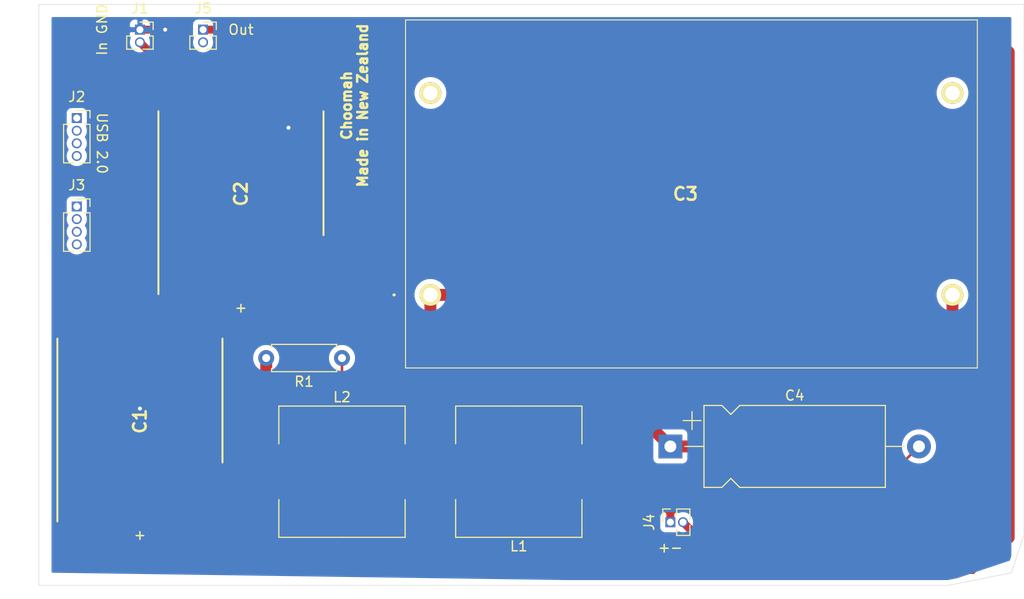
<source format=kicad_pcb>
(kicad_pcb (version 20171130) (host pcbnew "(5.1.10)-1")

  (general
    (thickness 1.6)
    (drawings 13)
    (tracks 95)
    (zones 0)
    (modules 12)
    (nets 16)
  )

  (page A4)
  (layers
    (0 F.Cu signal)
    (31 B.Cu signal)
    (32 B.Adhes user)
    (33 F.Adhes user)
    (34 B.Paste user)
    (35 F.Paste user)
    (36 B.SilkS user)
    (37 F.SilkS user)
    (38 B.Mask user)
    (39 F.Mask user)
    (40 Dwgs.User user)
    (41 Cmts.User user)
    (42 Eco1.User user)
    (43 Eco2.User user)
    (44 Edge.Cuts user)
    (45 Margin user)
    (46 B.CrtYd user)
    (47 F.CrtYd user)
    (48 B.Fab user)
    (49 F.Fab user)
  )

  (setup
    (last_trace_width 0.25)
    (user_trace_width 1.2)
    (trace_clearance 0.2)
    (zone_clearance 0.508)
    (zone_45_only no)
    (trace_min 0.2)
    (via_size 0.8)
    (via_drill 0.4)
    (via_min_size 0.4)
    (via_min_drill 0.3)
    (uvia_size 0.3)
    (uvia_drill 0.1)
    (uvias_allowed no)
    (uvia_min_size 0.2)
    (uvia_min_drill 0.1)
    (edge_width 0.05)
    (segment_width 0.2)
    (pcb_text_width 0.3)
    (pcb_text_size 1.5 1.5)
    (mod_edge_width 0.12)
    (mod_text_size 1 1)
    (mod_text_width 0.15)
    (pad_size 1.524 1.524)
    (pad_drill 0.762)
    (pad_to_mask_clearance 0)
    (aux_axis_origin 0 0)
    (visible_elements 7FFFFFFF)
    (pcbplotparams
      (layerselection 0x010fc_ffffffff)
      (usegerberextensions false)
      (usegerberattributes true)
      (usegerberadvancedattributes true)
      (creategerberjobfile true)
      (excludeedgelayer true)
      (linewidth 0.100000)
      (plotframeref false)
      (viasonmask false)
      (mode 1)
      (useauxorigin false)
      (hpglpennumber 1)
      (hpglpenspeed 20)
      (hpglpendiameter 15.000000)
      (psnegative false)
      (psa4output false)
      (plotreference true)
      (plotvalue true)
      (plotinvisibletext false)
      (padsonsilk false)
      (subtractmaskfromsilk false)
      (outputformat 1)
      (mirror false)
      (drillshape 0)
      (scaleselection 1)
      (outputdirectory "./"))
  )

  (net 0 "")
  (net 1 GND)
  (net 2 "Net-(C1-Pad1)")
  (net 3 "Net-(C2-Pad1)")
  (net 4 "Net-(C4-Pad2)")
  (net 5 "Net-(J1-Pad2)")
  (net 6 "Net-(J2-Pad4)")
  (net 7 "Net-(J2-Pad3)")
  (net 8 "Net-(J2-Pad2)")
  (net 9 "Net-(J2-Pad1)")
  (net 10 "Net-(J3-Pad4)")
  (net 11 "Net-(J3-Pad3)")
  (net 12 "Net-(J3-Pad2)")
  (net 13 "Net-(J3-Pad1)")
  (net 14 "Net-(J5-Pad2)")
  (net 15 "Net-(J5-Pad1)")

  (net_class Default "This is the default net class."
    (clearance 0.2)
    (trace_width 0.25)
    (via_dia 0.8)
    (via_drill 0.4)
    (uvia_dia 0.3)
    (uvia_drill 0.1)
    (add_net GND)
    (add_net "Net-(C1-Pad1)")
    (add_net "Net-(C2-Pad1)")
    (add_net "Net-(C4-Pad2)")
    (add_net "Net-(J1-Pad2)")
    (add_net "Net-(J2-Pad1)")
    (add_net "Net-(J2-Pad2)")
    (add_net "Net-(J2-Pad3)")
    (add_net "Net-(J2-Pad4)")
    (add_net "Net-(J3-Pad1)")
    (add_net "Net-(J3-Pad2)")
    (add_net "Net-(J3-Pad3)")
    (add_net "Net-(J3-Pad4)")
    (add_net "Net-(J5-Pad1)")
    (add_net "Net-(J5-Pad2)")
  )

  (module Resistor_THT:R_Axial_DIN0207_L6.3mm_D2.5mm_P7.62mm_Horizontal (layer F.Cu) (tedit 5AE5139B) (tstamp 6118D430)
    (at 58.42 72.39 180)
    (descr "Resistor, Axial_DIN0207 series, Axial, Horizontal, pin pitch=7.62mm, 0.25W = 1/4W, length*diameter=6.3*2.5mm^2, http://cdn-reichelt.de/documents/datenblatt/B400/1_4W%23YAG.pdf")
    (tags "Resistor Axial_DIN0207 series Axial Horizontal pin pitch 7.62mm 0.25W = 1/4W length 6.3mm diameter 2.5mm")
    (path /61160DE3)
    (fp_text reference R1 (at 3.81 -2.37) (layer F.SilkS)
      (effects (font (size 1 1) (thickness 0.15)))
    )
    (fp_text value 4 (at 3.81 2.37) (layer F.Fab)
      (effects (font (size 1 1) (thickness 0.15)))
    )
    (fp_line (start 8.67 -1.5) (end -1.05 -1.5) (layer F.CrtYd) (width 0.05))
    (fp_line (start 8.67 1.5) (end 8.67 -1.5) (layer F.CrtYd) (width 0.05))
    (fp_line (start -1.05 1.5) (end 8.67 1.5) (layer F.CrtYd) (width 0.05))
    (fp_line (start -1.05 -1.5) (end -1.05 1.5) (layer F.CrtYd) (width 0.05))
    (fp_line (start 7.08 1.37) (end 7.08 1.04) (layer F.SilkS) (width 0.12))
    (fp_line (start 0.54 1.37) (end 7.08 1.37) (layer F.SilkS) (width 0.12))
    (fp_line (start 0.54 1.04) (end 0.54 1.37) (layer F.SilkS) (width 0.12))
    (fp_line (start 7.08 -1.37) (end 7.08 -1.04) (layer F.SilkS) (width 0.12))
    (fp_line (start 0.54 -1.37) (end 7.08 -1.37) (layer F.SilkS) (width 0.12))
    (fp_line (start 0.54 -1.04) (end 0.54 -1.37) (layer F.SilkS) (width 0.12))
    (fp_line (start 7.62 0) (end 6.96 0) (layer F.Fab) (width 0.1))
    (fp_line (start 0 0) (end 0.66 0) (layer F.Fab) (width 0.1))
    (fp_line (start 6.96 -1.25) (end 0.66 -1.25) (layer F.Fab) (width 0.1))
    (fp_line (start 6.96 1.25) (end 6.96 -1.25) (layer F.Fab) (width 0.1))
    (fp_line (start 0.66 1.25) (end 6.96 1.25) (layer F.Fab) (width 0.1))
    (fp_line (start 0.66 -1.25) (end 0.66 1.25) (layer F.Fab) (width 0.1))
    (fp_text user %R (at 3.81 0) (layer F.Fab)
      (effects (font (size 1 1) (thickness 0.15)))
    )
    (pad 1 thru_hole circle (at 0 0 180) (size 1.6 1.6) (drill 0.8) (layers *.Cu *.Mask)
      (net 4 "Net-(C4-Pad2)"))
    (pad 2 thru_hole oval (at 7.62 0 180) (size 1.6 1.6) (drill 0.8) (layers *.Cu *.Mask)
      (net 2 "Net-(C1-Pad1)"))
    (model ${KISYS3DMOD}/Resistor_THT.3dshapes/R_Axial_DIN0207_L6.3mm_D2.5mm_P7.62mm_Horizontal.wrl
      (at (xyz 0 0 0))
      (scale (xyz 1 1 1))
      (rotate (xyz 0 0 0))
    )
  )

  (module Inductor_SMD:L_Wuerth_HCM-1390 (layer F.Cu) (tedit 5990349D) (tstamp 6118D419)
    (at 58.42 83.82)
    (descr "Inductor, Wuerth Elektronik, Wuerth_HCM-1390, 12.5mmx13.0mm")
    (tags "inductor Wuerth hcm smd")
    (path /6114F072)
    (attr smd)
    (fp_text reference L2 (at 0 -7.5) (layer F.SilkS)
      (effects (font (size 1 1) (thickness 0.15)))
    )
    (fp_text value "1.1 mH" (at 0 8) (layer F.Fab)
      (effects (font (size 1 1) (thickness 0.15)))
    )
    (fp_line (start -7.8 -6.8) (end -7.8 6.8) (layer F.CrtYd) (width 0.05))
    (fp_line (start -7.8 6.8) (end 7.8 6.8) (layer F.CrtYd) (width 0.05))
    (fp_line (start 7.8 6.8) (end 7.8 -6.8) (layer F.CrtYd) (width 0.05))
    (fp_line (start 7.8 -6.8) (end -7.8 -6.8) (layer F.CrtYd) (width 0.05))
    (fp_line (start -6.25 -6.5) (end -6.25 6.5) (layer F.Fab) (width 0.1))
    (fp_line (start -6.25 6.5) (end 6.25 6.5) (layer F.Fab) (width 0.1))
    (fp_line (start 6.25 6.5) (end 6.25 -6.5) (layer F.Fab) (width 0.1))
    (fp_line (start 6.25 -6.5) (end -6.25 -6.5) (layer F.Fab) (width 0.1))
    (fp_line (start -6.35 -2.8) (end -6.35 -6.6) (layer F.SilkS) (width 0.12))
    (fp_line (start -6.35 -6.6) (end 0 -6.6) (layer F.SilkS) (width 0.12))
    (fp_line (start 6.35 -2.8) (end 6.35 -6.6) (layer F.SilkS) (width 0.12))
    (fp_line (start 6.35 -6.6) (end 0 -6.6) (layer F.SilkS) (width 0.12))
    (fp_line (start 6.35 2.8) (end 6.35 6.6) (layer F.SilkS) (width 0.12))
    (fp_line (start 6.35 6.6) (end 0 6.6) (layer F.SilkS) (width 0.12))
    (fp_line (start -6.35 2.8) (end -6.35 6.6) (layer F.SilkS) (width 0.12))
    (fp_line (start -6.35 6.6) (end 0 6.6) (layer F.SilkS) (width 0.12))
    (fp_text user %R (at 0 0) (layer F.Fab)
      (effects (font (size 1 1) (thickness 0.15)))
    )
    (pad 2 smd rect (at 6.25 0) (size 2.5 5) (layers F.Cu F.Paste F.Mask)
      (net 3 "Net-(C2-Pad1)"))
    (pad 1 smd rect (at -6.25 0) (size 2.5 5) (layers F.Cu F.Paste F.Mask)
      (net 15 "Net-(J5-Pad1)"))
    (model ${KISYS3DMOD}/Inductor_SMD.3dshapes/L_Wuerth_HCM-1390.wrl
      (at (xyz 0 0 0))
      (scale (xyz 1 1 1))
      (rotate (xyz 0 0 0))
    )
  )

  (module Inductor_SMD:L_Wuerth_HCM-1390 (layer F.Cu) (tedit 5990349D) (tstamp 6118D402)
    (at 76.2 83.82 180)
    (descr "Inductor, Wuerth Elektronik, Wuerth_HCM-1390, 12.5mmx13.0mm")
    (tags "inductor Wuerth hcm smd")
    (path /6114E442)
    (attr smd)
    (fp_text reference L1 (at 0 -7.5) (layer F.SilkS)
      (effects (font (size 1 1) (thickness 0.15)))
    )
    (fp_text value "1.1 mH" (at 0 8) (layer F.Fab)
      (effects (font (size 1 1) (thickness 0.15)))
    )
    (fp_line (start -7.8 -6.8) (end -7.8 6.8) (layer F.CrtYd) (width 0.05))
    (fp_line (start -7.8 6.8) (end 7.8 6.8) (layer F.CrtYd) (width 0.05))
    (fp_line (start 7.8 6.8) (end 7.8 -6.8) (layer F.CrtYd) (width 0.05))
    (fp_line (start 7.8 -6.8) (end -7.8 -6.8) (layer F.CrtYd) (width 0.05))
    (fp_line (start -6.25 -6.5) (end -6.25 6.5) (layer F.Fab) (width 0.1))
    (fp_line (start -6.25 6.5) (end 6.25 6.5) (layer F.Fab) (width 0.1))
    (fp_line (start 6.25 6.5) (end 6.25 -6.5) (layer F.Fab) (width 0.1))
    (fp_line (start 6.25 -6.5) (end -6.25 -6.5) (layer F.Fab) (width 0.1))
    (fp_line (start -6.35 -2.8) (end -6.35 -6.6) (layer F.SilkS) (width 0.12))
    (fp_line (start -6.35 -6.6) (end 0 -6.6) (layer F.SilkS) (width 0.12))
    (fp_line (start 6.35 -2.8) (end 6.35 -6.6) (layer F.SilkS) (width 0.12))
    (fp_line (start 6.35 -6.6) (end 0 -6.6) (layer F.SilkS) (width 0.12))
    (fp_line (start 6.35 2.8) (end 6.35 6.6) (layer F.SilkS) (width 0.12))
    (fp_line (start 6.35 6.6) (end 0 6.6) (layer F.SilkS) (width 0.12))
    (fp_line (start -6.35 2.8) (end -6.35 6.6) (layer F.SilkS) (width 0.12))
    (fp_line (start -6.35 6.6) (end 0 6.6) (layer F.SilkS) (width 0.12))
    (fp_text user %R (at 0 0) (layer F.Fab)
      (effects (font (size 1 1) (thickness 0.15)))
    )
    (pad 2 smd rect (at 6.25 0 180) (size 2.5 5) (layers F.Cu F.Paste F.Mask)
      (net 5 "Net-(J1-Pad2)"))
    (pad 1 smd rect (at -6.25 0 180) (size 2.5 5) (layers F.Cu F.Paste F.Mask)
      (net 2 "Net-(C1-Pad1)"))
    (model ${KISYS3DMOD}/Inductor_SMD.3dshapes/L_Wuerth_HCM-1390.wrl
      (at (xyz 0 0 0))
      (scale (xyz 1 1 1))
      (rotate (xyz 0 0 0))
    )
  )

  (module Connector_PinSocket_1.27mm:PinSocket_1x02_P1.27mm_Vertical (layer F.Cu) (tedit 5A19A41F) (tstamp 6118D3EB)
    (at 44.45 39.37)
    (descr "Through hole straight socket strip, 1x02, 1.27mm pitch, single row (from Kicad 4.0.7), script generated")
    (tags "Through hole socket strip THT 1x02 1.27mm single row")
    (path /6116ED45)
    (fp_text reference J5 (at 0 -2.135) (layer F.SilkS)
      (effects (font (size 1 1) (thickness 0.15)))
    )
    (fp_text value Conn_01x02_Female (at 0 3.405) (layer F.Fab)
      (effects (font (size 1 1) (thickness 0.15)))
    )
    (fp_line (start -1.27 -0.635) (end 0.635 -0.635) (layer F.Fab) (width 0.1))
    (fp_line (start 0.635 -0.635) (end 1.27 0) (layer F.Fab) (width 0.1))
    (fp_line (start 1.27 0) (end 1.27 1.905) (layer F.Fab) (width 0.1))
    (fp_line (start 1.27 1.905) (end -1.27 1.905) (layer F.Fab) (width 0.1))
    (fp_line (start -1.27 1.905) (end -1.27 -0.635) (layer F.Fab) (width 0.1))
    (fp_line (start -1.33 0.635) (end -0.76 0.635) (layer F.SilkS) (width 0.12))
    (fp_line (start 0.76 0.635) (end 1.33 0.635) (layer F.SilkS) (width 0.12))
    (fp_line (start -1.33 0.635) (end -1.33 1.965) (layer F.SilkS) (width 0.12))
    (fp_line (start -1.33 1.965) (end -0.30753 1.965) (layer F.SilkS) (width 0.12))
    (fp_line (start 0.30753 1.965) (end 1.33 1.965) (layer F.SilkS) (width 0.12))
    (fp_line (start 1.33 0.635) (end 1.33 1.965) (layer F.SilkS) (width 0.12))
    (fp_line (start 1.33 -0.76) (end 1.33 0) (layer F.SilkS) (width 0.12))
    (fp_line (start 0 -0.76) (end 1.33 -0.76) (layer F.SilkS) (width 0.12))
    (fp_line (start -1.8 -1.15) (end 1.75 -1.15) (layer F.CrtYd) (width 0.05))
    (fp_line (start 1.75 -1.15) (end 1.75 2.4) (layer F.CrtYd) (width 0.05))
    (fp_line (start 1.75 2.4) (end -1.8 2.4) (layer F.CrtYd) (width 0.05))
    (fp_line (start -1.8 2.4) (end -1.8 -1.15) (layer F.CrtYd) (width 0.05))
    (fp_text user %R (at 0 0.635 90) (layer F.Fab)
      (effects (font (size 1 1) (thickness 0.15)))
    )
    (pad 2 thru_hole oval (at 0 1.27) (size 1 1) (drill 0.7) (layers *.Cu *.Mask)
      (net 14 "Net-(J5-Pad2)"))
    (pad 1 thru_hole rect (at 0 0) (size 1 1) (drill 0.7) (layers *.Cu *.Mask)
      (net 15 "Net-(J5-Pad1)"))
    (model ${KISYS3DMOD}/Connector_PinSocket_1.27mm.3dshapes/PinSocket_1x02_P1.27mm_Vertical.wrl
      (at (xyz 0 0 0))
      (scale (xyz 1 1 1))
      (rotate (xyz 0 0 0))
    )
  )

  (module Connector_PinSocket_1.27mm:PinSocket_1x02_P1.27mm_Vertical (layer F.Cu) (tedit 5A19A41F) (tstamp 6118D3D3)
    (at 91.44 88.9 90)
    (descr "Through hole straight socket strip, 1x02, 1.27mm pitch, single row (from Kicad 4.0.7), script generated")
    (tags "Through hole socket strip THT 1x02 1.27mm single row")
    (path /61170211)
    (fp_text reference J4 (at 0 -2.135 90) (layer F.SilkS)
      (effects (font (size 1 1) (thickness 0.15)))
    )
    (fp_text value Conn_01x02_Female (at 0 3.405 90) (layer F.Fab)
      (effects (font (size 1 1) (thickness 0.15)))
    )
    (fp_line (start -1.27 -0.635) (end 0.635 -0.635) (layer F.Fab) (width 0.1))
    (fp_line (start 0.635 -0.635) (end 1.27 0) (layer F.Fab) (width 0.1))
    (fp_line (start 1.27 0) (end 1.27 1.905) (layer F.Fab) (width 0.1))
    (fp_line (start 1.27 1.905) (end -1.27 1.905) (layer F.Fab) (width 0.1))
    (fp_line (start -1.27 1.905) (end -1.27 -0.635) (layer F.Fab) (width 0.1))
    (fp_line (start -1.33 0.635) (end -0.76 0.635) (layer F.SilkS) (width 0.12))
    (fp_line (start 0.76 0.635) (end 1.33 0.635) (layer F.SilkS) (width 0.12))
    (fp_line (start -1.33 0.635) (end -1.33 1.965) (layer F.SilkS) (width 0.12))
    (fp_line (start -1.33 1.965) (end -0.30753 1.965) (layer F.SilkS) (width 0.12))
    (fp_line (start 0.30753 1.965) (end 1.33 1.965) (layer F.SilkS) (width 0.12))
    (fp_line (start 1.33 0.635) (end 1.33 1.965) (layer F.SilkS) (width 0.12))
    (fp_line (start 1.33 -0.76) (end 1.33 0) (layer F.SilkS) (width 0.12))
    (fp_line (start 0 -0.76) (end 1.33 -0.76) (layer F.SilkS) (width 0.12))
    (fp_line (start -1.8 -1.15) (end 1.75 -1.15) (layer F.CrtYd) (width 0.05))
    (fp_line (start 1.75 -1.15) (end 1.75 2.4) (layer F.CrtYd) (width 0.05))
    (fp_line (start 1.75 2.4) (end -1.8 2.4) (layer F.CrtYd) (width 0.05))
    (fp_line (start -1.8 2.4) (end -1.8 -1.15) (layer F.CrtYd) (width 0.05))
    (fp_text user %R (at 0 0.635) (layer F.Fab)
      (effects (font (size 1 1) (thickness 0.15)))
    )
    (pad 2 thru_hole oval (at 0 1.27 90) (size 1 1) (drill 0.7) (layers *.Cu *.Mask)
      (net 2 "Net-(C1-Pad1)"))
    (pad 1 thru_hole rect (at 0 0 90) (size 1 1) (drill 0.7) (layers *.Cu *.Mask)
      (net 3 "Net-(C2-Pad1)"))
    (model ${KISYS3DMOD}/Connector_PinSocket_1.27mm.3dshapes/PinSocket_1x02_P1.27mm_Vertical.wrl
      (at (xyz 0 0 0))
      (scale (xyz 1 1 1))
      (rotate (xyz 0 0 0))
    )
  )

  (module Connector_PinSocket_1.27mm:PinSocket_1x04_P1.27mm_Vertical (layer F.Cu) (tedit 5A19A420) (tstamp 6118D3BB)
    (at 31.75 57.15)
    (descr "Through hole straight socket strip, 1x04, 1.27mm pitch, single row (from Kicad 4.0.7), script generated")
    (tags "Through hole socket strip THT 1x04 1.27mm single row")
    (path /6117C4BC)
    (fp_text reference J3 (at 0 -2.135) (layer F.SilkS)
      (effects (font (size 1 1) (thickness 0.15)))
    )
    (fp_text value Conn_01x04_Female (at 0 5.945) (layer F.Fab)
      (effects (font (size 1 1) (thickness 0.15)))
    )
    (fp_line (start -1.27 -0.635) (end 0.635 -0.635) (layer F.Fab) (width 0.1))
    (fp_line (start 0.635 -0.635) (end 1.27 0) (layer F.Fab) (width 0.1))
    (fp_line (start 1.27 0) (end 1.27 4.445) (layer F.Fab) (width 0.1))
    (fp_line (start 1.27 4.445) (end -1.27 4.445) (layer F.Fab) (width 0.1))
    (fp_line (start -1.27 4.445) (end -1.27 -0.635) (layer F.Fab) (width 0.1))
    (fp_line (start -1.33 0.635) (end -0.76 0.635) (layer F.SilkS) (width 0.12))
    (fp_line (start 0.76 0.635) (end 1.33 0.635) (layer F.SilkS) (width 0.12))
    (fp_line (start -1.33 0.635) (end -1.33 4.505) (layer F.SilkS) (width 0.12))
    (fp_line (start -1.33 4.505) (end -0.30753 4.505) (layer F.SilkS) (width 0.12))
    (fp_line (start 0.30753 4.505) (end 1.33 4.505) (layer F.SilkS) (width 0.12))
    (fp_line (start 1.33 0.635) (end 1.33 4.505) (layer F.SilkS) (width 0.12))
    (fp_line (start 1.33 -0.76) (end 1.33 0) (layer F.SilkS) (width 0.12))
    (fp_line (start 0 -0.76) (end 1.33 -0.76) (layer F.SilkS) (width 0.12))
    (fp_line (start -1.8 -1.15) (end 1.75 -1.15) (layer F.CrtYd) (width 0.05))
    (fp_line (start 1.75 -1.15) (end 1.75 4.95) (layer F.CrtYd) (width 0.05))
    (fp_line (start 1.75 4.95) (end -1.8 4.95) (layer F.CrtYd) (width 0.05))
    (fp_line (start -1.8 4.95) (end -1.8 -1.15) (layer F.CrtYd) (width 0.05))
    (fp_text user %R (at 0 1.905 90) (layer F.Fab)
      (effects (font (size 1 1) (thickness 0.15)))
    )
    (pad 4 thru_hole oval (at 0 3.81) (size 1 1) (drill 0.7) (layers *.Cu *.Mask)
      (net 10 "Net-(J3-Pad4)"))
    (pad 3 thru_hole oval (at 0 2.54) (size 1 1) (drill 0.7) (layers *.Cu *.Mask)
      (net 11 "Net-(J3-Pad3)"))
    (pad 2 thru_hole oval (at 0 1.27) (size 1 1) (drill 0.7) (layers *.Cu *.Mask)
      (net 12 "Net-(J3-Pad2)"))
    (pad 1 thru_hole rect (at 0 0) (size 1 1) (drill 0.7) (layers *.Cu *.Mask)
      (net 13 "Net-(J3-Pad1)"))
    (model ${KISYS3DMOD}/Connector_PinSocket_1.27mm.3dshapes/PinSocket_1x04_P1.27mm_Vertical.wrl
      (at (xyz 0 0 0))
      (scale (xyz 1 1 1))
      (rotate (xyz 0 0 0))
    )
  )

  (module Connector_PinSocket_1.27mm:PinSocket_1x04_P1.27mm_Vertical (layer F.Cu) (tedit 5A19A420) (tstamp 6118D3A1)
    (at 31.75 48.26)
    (descr "Through hole straight socket strip, 1x04, 1.27mm pitch, single row (from Kicad 4.0.7), script generated")
    (tags "Through hole socket strip THT 1x04 1.27mm single row")
    (path /6117304E)
    (fp_text reference J2 (at 0 -2.135) (layer F.SilkS)
      (effects (font (size 1 1) (thickness 0.15)))
    )
    (fp_text value Conn_01x04_Female (at 0 5.945) (layer F.Fab)
      (effects (font (size 1 1) (thickness 0.15)))
    )
    (fp_line (start -1.27 -0.635) (end 0.635 -0.635) (layer F.Fab) (width 0.1))
    (fp_line (start 0.635 -0.635) (end 1.27 0) (layer F.Fab) (width 0.1))
    (fp_line (start 1.27 0) (end 1.27 4.445) (layer F.Fab) (width 0.1))
    (fp_line (start 1.27 4.445) (end -1.27 4.445) (layer F.Fab) (width 0.1))
    (fp_line (start -1.27 4.445) (end -1.27 -0.635) (layer F.Fab) (width 0.1))
    (fp_line (start -1.33 0.635) (end -0.76 0.635) (layer F.SilkS) (width 0.12))
    (fp_line (start 0.76 0.635) (end 1.33 0.635) (layer F.SilkS) (width 0.12))
    (fp_line (start -1.33 0.635) (end -1.33 4.505) (layer F.SilkS) (width 0.12))
    (fp_line (start -1.33 4.505) (end -0.30753 4.505) (layer F.SilkS) (width 0.12))
    (fp_line (start 0.30753 4.505) (end 1.33 4.505) (layer F.SilkS) (width 0.12))
    (fp_line (start 1.33 0.635) (end 1.33 4.505) (layer F.SilkS) (width 0.12))
    (fp_line (start 1.33 -0.76) (end 1.33 0) (layer F.SilkS) (width 0.12))
    (fp_line (start 0 -0.76) (end 1.33 -0.76) (layer F.SilkS) (width 0.12))
    (fp_line (start -1.8 -1.15) (end 1.75 -1.15) (layer F.CrtYd) (width 0.05))
    (fp_line (start 1.75 -1.15) (end 1.75 4.95) (layer F.CrtYd) (width 0.05))
    (fp_line (start 1.75 4.95) (end -1.8 4.95) (layer F.CrtYd) (width 0.05))
    (fp_line (start -1.8 4.95) (end -1.8 -1.15) (layer F.CrtYd) (width 0.05))
    (fp_text user %R (at 0 1.905 90) (layer F.Fab)
      (effects (font (size 1 1) (thickness 0.15)))
    )
    (pad 4 thru_hole oval (at 0 3.81) (size 1 1) (drill 0.7) (layers *.Cu *.Mask)
      (net 6 "Net-(J2-Pad4)"))
    (pad 3 thru_hole oval (at 0 2.54) (size 1 1) (drill 0.7) (layers *.Cu *.Mask)
      (net 7 "Net-(J2-Pad3)"))
    (pad 2 thru_hole oval (at 0 1.27) (size 1 1) (drill 0.7) (layers *.Cu *.Mask)
      (net 8 "Net-(J2-Pad2)"))
    (pad 1 thru_hole rect (at 0 0) (size 1 1) (drill 0.7) (layers *.Cu *.Mask)
      (net 9 "Net-(J2-Pad1)"))
    (model ${KISYS3DMOD}/Connector_PinSocket_1.27mm.3dshapes/PinSocket_1x04_P1.27mm_Vertical.wrl
      (at (xyz 0 0 0))
      (scale (xyz 1 1 1))
      (rotate (xyz 0 0 0))
    )
  )

  (module Connector_PinSocket_1.27mm:PinSocket_1x02_P1.27mm_Vertical (layer F.Cu) (tedit 5A19A41F) (tstamp 6118D387)
    (at 38.1 39.37)
    (descr "Through hole straight socket strip, 1x02, 1.27mm pitch, single row (from Kicad 4.0.7), script generated")
    (tags "Through hole socket strip THT 1x02 1.27mm single row")
    (path /6116F4EC)
    (fp_text reference J1 (at 0 -2.135) (layer F.SilkS)
      (effects (font (size 1 1) (thickness 0.15)))
    )
    (fp_text value Conn_01x02_Female (at 0 3.405) (layer F.Fab)
      (effects (font (size 1 1) (thickness 0.15)))
    )
    (fp_line (start -1.27 -0.635) (end 0.635 -0.635) (layer F.Fab) (width 0.1))
    (fp_line (start 0.635 -0.635) (end 1.27 0) (layer F.Fab) (width 0.1))
    (fp_line (start 1.27 0) (end 1.27 1.905) (layer F.Fab) (width 0.1))
    (fp_line (start 1.27 1.905) (end -1.27 1.905) (layer F.Fab) (width 0.1))
    (fp_line (start -1.27 1.905) (end -1.27 -0.635) (layer F.Fab) (width 0.1))
    (fp_line (start -1.33 0.635) (end -0.76 0.635) (layer F.SilkS) (width 0.12))
    (fp_line (start 0.76 0.635) (end 1.33 0.635) (layer F.SilkS) (width 0.12))
    (fp_line (start -1.33 0.635) (end -1.33 1.965) (layer F.SilkS) (width 0.12))
    (fp_line (start -1.33 1.965) (end -0.30753 1.965) (layer F.SilkS) (width 0.12))
    (fp_line (start 0.30753 1.965) (end 1.33 1.965) (layer F.SilkS) (width 0.12))
    (fp_line (start 1.33 0.635) (end 1.33 1.965) (layer F.SilkS) (width 0.12))
    (fp_line (start 1.33 -0.76) (end 1.33 0) (layer F.SilkS) (width 0.12))
    (fp_line (start 0 -0.76) (end 1.33 -0.76) (layer F.SilkS) (width 0.12))
    (fp_line (start -1.8 -1.15) (end 1.75 -1.15) (layer F.CrtYd) (width 0.05))
    (fp_line (start 1.75 -1.15) (end 1.75 2.4) (layer F.CrtYd) (width 0.05))
    (fp_line (start 1.75 2.4) (end -1.8 2.4) (layer F.CrtYd) (width 0.05))
    (fp_line (start -1.8 2.4) (end -1.8 -1.15) (layer F.CrtYd) (width 0.05))
    (fp_text user %R (at 0 0.635 90) (layer F.Fab)
      (effects (font (size 1 1) (thickness 0.15)))
    )
    (pad 2 thru_hole oval (at 0 1.27) (size 1 1) (drill 0.7) (layers *.Cu *.Mask)
      (net 5 "Net-(J1-Pad2)"))
    (pad 1 thru_hole rect (at 0 0) (size 1 1) (drill 0.7) (layers *.Cu *.Mask)
      (net 1 GND))
    (model ${KISYS3DMOD}/Connector_PinSocket_1.27mm.3dshapes/PinSocket_1x02_P1.27mm_Vertical.wrl
      (at (xyz 0 0 0))
      (scale (xyz 1 1 1))
      (rotate (xyz 0 0 0))
    )
  )

  (module Capacitor_THT:CP_Axial_L18.0mm_D8.0mm_P25.00mm_Horizontal (layer F.Cu) (tedit 5AE50EF2) (tstamp 6118D36F)
    (at 91.44 81.28)
    (descr "CP, Axial series, Axial, Horizontal, pin pitch=25mm, , length*diameter=18*8mm^2, Electrolytic Capacitor, , http://www.vishay.com/docs/28325/021asm.pdf")
    (tags "CP Axial series Axial Horizontal pin pitch 25mm  length 18mm diameter 8mm Electrolytic Capacitor")
    (path /61163960)
    (fp_text reference C4 (at 12.5 -5.12) (layer F.SilkS)
      (effects (font (size 1 1) (thickness 0.15)))
    )
    (fp_text value "10 nF" (at 12.5 5.12) (layer F.Fab)
      (effects (font (size 1 1) (thickness 0.15)))
    )
    (fp_line (start 3.5 -4) (end 3.5 4) (layer F.Fab) (width 0.1))
    (fp_line (start 21.5 -4) (end 21.5 4) (layer F.Fab) (width 0.1))
    (fp_line (start 3.5 -4) (end 5.18 -4) (layer F.Fab) (width 0.1))
    (fp_line (start 5.18 -4) (end 6.08 -3.1) (layer F.Fab) (width 0.1))
    (fp_line (start 6.08 -3.1) (end 6.98 -4) (layer F.Fab) (width 0.1))
    (fp_line (start 6.98 -4) (end 21.5 -4) (layer F.Fab) (width 0.1))
    (fp_line (start 3.5 4) (end 5.18 4) (layer F.Fab) (width 0.1))
    (fp_line (start 5.18 4) (end 6.08 3.1) (layer F.Fab) (width 0.1))
    (fp_line (start 6.08 3.1) (end 6.98 4) (layer F.Fab) (width 0.1))
    (fp_line (start 6.98 4) (end 21.5 4) (layer F.Fab) (width 0.1))
    (fp_line (start 0 0) (end 3.5 0) (layer F.Fab) (width 0.1))
    (fp_line (start 25 0) (end 21.5 0) (layer F.Fab) (width 0.1))
    (fp_line (start 5.2 0) (end 7 0) (layer F.Fab) (width 0.1))
    (fp_line (start 6.1 -0.9) (end 6.1 0.9) (layer F.Fab) (width 0.1))
    (fp_line (start 1.28 -2.6) (end 3.08 -2.6) (layer F.SilkS) (width 0.12))
    (fp_line (start 2.18 -3.5) (end 2.18 -1.7) (layer F.SilkS) (width 0.12))
    (fp_line (start 3.38 -4.12) (end 3.38 4.12) (layer F.SilkS) (width 0.12))
    (fp_line (start 21.62 -4.12) (end 21.62 4.12) (layer F.SilkS) (width 0.12))
    (fp_line (start 3.38 -4.12) (end 5.18 -4.12) (layer F.SilkS) (width 0.12))
    (fp_line (start 5.18 -4.12) (end 6.08 -3.22) (layer F.SilkS) (width 0.12))
    (fp_line (start 6.08 -3.22) (end 6.98 -4.12) (layer F.SilkS) (width 0.12))
    (fp_line (start 6.98 -4.12) (end 21.62 -4.12) (layer F.SilkS) (width 0.12))
    (fp_line (start 3.38 4.12) (end 5.18 4.12) (layer F.SilkS) (width 0.12))
    (fp_line (start 5.18 4.12) (end 6.08 3.22) (layer F.SilkS) (width 0.12))
    (fp_line (start 6.08 3.22) (end 6.98 4.12) (layer F.SilkS) (width 0.12))
    (fp_line (start 6.98 4.12) (end 21.62 4.12) (layer F.SilkS) (width 0.12))
    (fp_line (start 1.44 0) (end 3.38 0) (layer F.SilkS) (width 0.12))
    (fp_line (start 23.56 0) (end 21.62 0) (layer F.SilkS) (width 0.12))
    (fp_line (start -1.45 -4.25) (end -1.45 4.25) (layer F.CrtYd) (width 0.05))
    (fp_line (start -1.45 4.25) (end 26.45 4.25) (layer F.CrtYd) (width 0.05))
    (fp_line (start 26.45 4.25) (end 26.45 -4.25) (layer F.CrtYd) (width 0.05))
    (fp_line (start 26.45 -4.25) (end -1.45 -4.25) (layer F.CrtYd) (width 0.05))
    (fp_text user %R (at 12.5 0) (layer F.Fab)
      (effects (font (size 1 1) (thickness 0.15)))
    )
    (pad 2 thru_hole oval (at 25 0) (size 2.4 2.4) (drill 1.2) (layers *.Cu *.Mask)
      (net 4 "Net-(C4-Pad2)"))
    (pad 1 thru_hole rect (at 0 0) (size 2.4 2.4) (drill 1.2) (layers *.Cu *.Mask)
      (net 3 "Net-(C2-Pad1)"))
    (model ${KISYS3DMOD}/Capacitor_THT.3dshapes/CP_Axial_L18.0mm_D8.0mm_P25.00mm_Horizontal.wrl
      (at (xyz 0 0 0))
      (scale (xyz 1 1 1))
      (rotate (xyz 0 0 0))
    )
  )

  (module C4AQLBW6130A3NK:C4AQLBW6130A3NK (layer F.Cu) (tedit 6115DBE5) (tstamp 6118D348)
    (at 67.31 66.04)
    (descr C4AQLBW6130A3NK-1)
    (tags Capacitor)
    (path /6114BED6)
    (fp_text reference C3 (at 25.65 -10.15) (layer F.SilkS)
      (effects (font (size 1.27 1.27) (thickness 0.254)))
    )
    (fp_text value "130 uF" (at 25.65 -10.15) (layer F.SilkS) hide
      (effects (font (size 1.27 1.27) (thickness 0.254)))
    )
    (fp_line (start -3.7 0) (end -3.7 0) (layer F.SilkS) (width 0.2))
    (fp_line (start -3.6 0) (end -3.6 0) (layer F.SilkS) (width 0.2))
    (fp_line (start -3.7 0) (end -3.7 0) (layer F.SilkS) (width 0.2))
    (fp_line (start -4.7 8.35) (end -4.7 -28.65) (layer Dwgs.User) (width 0.1))
    (fp_line (start 56 8.35) (end -4.7 8.35) (layer Dwgs.User) (width 0.1))
    (fp_line (start 56 -28.65) (end 56 8.35) (layer Dwgs.User) (width 0.1))
    (fp_line (start -4.7 -28.65) (end 56 -28.65) (layer Dwgs.User) (width 0.1))
    (fp_line (start -2.5 7.35) (end -2.5 -27.65) (layer F.SilkS) (width 0.1))
    (fp_line (start 55 7.35) (end -2.5 7.35) (layer F.SilkS) (width 0.1))
    (fp_line (start 55 -27.65) (end 55 7.35) (layer F.SilkS) (width 0.1))
    (fp_line (start -2.5 -27.65) (end 55 -27.65) (layer F.SilkS) (width 0.1))
    (fp_line (start -2.5 -27.65) (end -2.5 7.35) (layer Dwgs.User) (width 0.2))
    (fp_line (start 55 -27.65) (end -2.5 -27.65) (layer Dwgs.User) (width 0.2))
    (fp_line (start 55 7.35) (end 55 -27.65) (layer Dwgs.User) (width 0.2))
    (fp_line (start -2.5 7.35) (end 55 7.35) (layer Dwgs.User) (width 0.2))
    (fp_arc (start -3.65 0) (end -3.7 0) (angle -180) (layer F.SilkS) (width 0.2))
    (fp_arc (start -3.65 0) (end -3.6 0) (angle -180) (layer F.SilkS) (width 0.2))
    (fp_arc (start -3.65 0) (end -3.7 0) (angle -180) (layer F.SilkS) (width 0.2))
    (pad 4 thru_hole circle (at 0 -20.3 90) (size 2.175 2.175) (drill 1.45) (layers *.Cu *.Mask F.SilkS))
    (pad 3 thru_hole circle (at 52.5 -20.3 90) (size 2.175 2.175) (drill 1.45) (layers *.Cu *.Mask F.SilkS))
    (pad 2 thru_hole circle (at 52.5 0 90) (size 2.175 2.175) (drill 1.45) (layers *.Cu *.Mask F.SilkS)
      (net 2 "Net-(C1-Pad1)"))
    (pad 1 thru_hole circle (at 0 0 90) (size 2.175 2.175) (drill 1.45) (layers *.Cu *.Mask F.SilkS)
      (net 3 "Net-(C2-Pad1)"))
  )

  (module MAL215299605E3:CAPAE1660X1750N (layer F.Cu) (tedit 6115D52C) (tstamp 6118D32E)
    (at 48.26 55.88 90)
    (descr 16x16x16)
    (tags "Capacitor Polarised")
    (path /6114C901)
    (attr smd)
    (fp_text reference C2 (at 0 0 90) (layer F.SilkS)
      (effects (font (size 1.27 1.27) (thickness 0.254)))
    )
    (fp_text value "18 uF" (at 0 0 90) (layer F.SilkS) hide
      (effects (font (size 1.27 1.27) (thickness 0.254)))
    )
    (fp_line (start -4.15 8.3) (end 8.3 8.3) (layer F.SilkS) (width 0.2))
    (fp_line (start -10.075 -8.3) (end 8.3 -8.3) (layer F.SilkS) (width 0.2))
    (fp_line (start 8.3 8.3) (end 8.3 -8.3) (layer Dwgs.User) (width 0.1))
    (fp_line (start -4.15 8.3) (end 8.3 8.3) (layer Dwgs.User) (width 0.1))
    (fp_line (start -8.3 4.15) (end -4.15 8.3) (layer Dwgs.User) (width 0.1))
    (fp_line (start -8.3 -4.15) (end -8.3 4.15) (layer Dwgs.User) (width 0.1))
    (fp_line (start -4.15 -8.3) (end -8.3 -4.15) (layer Dwgs.User) (width 0.1))
    (fp_line (start 8.3 -8.3) (end -4.15 -8.3) (layer Dwgs.User) (width 0.1))
    (fp_line (start -10.575 8.8) (end -10.575 -8.8) (layer Dwgs.User) (width 0.05))
    (fp_line (start 10.575 8.8) (end -10.575 8.8) (layer Dwgs.User) (width 0.05))
    (fp_line (start 10.575 -8.8) (end 10.575 8.8) (layer Dwgs.User) (width 0.05))
    (fp_line (start -10.575 -8.8) (end 10.575 -8.8) (layer Dwgs.User) (width 0.05))
    (pad 2 smd rect (at 6.65 0 180) (size 2.45 6.85) (layers F.Cu F.Paste F.Mask)
      (net 1 GND))
    (pad 1 smd rect (at -6.65 0 180) (size 2.45 6.85) (layers F.Cu F.Paste F.Mask)
      (net 3 "Net-(C2-Pad1)"))
  )

  (module MAL215299605E3:CAPAE1660X1750N (layer F.Cu) (tedit 6115D52C) (tstamp 6118D31C)
    (at 38.1 78.74 90)
    (descr 16x16x16)
    (tags "Capacitor Polarised")
    (path /6114B46E)
    (attr smd)
    (fp_text reference C1 (at 0 0 90) (layer F.SilkS)
      (effects (font (size 1.27 1.27) (thickness 0.254)))
    )
    (fp_text value "18 uF" (at 0 0 90) (layer F.SilkS) hide
      (effects (font (size 1.27 1.27) (thickness 0.254)))
    )
    (fp_line (start -4.15 8.3) (end 8.3 8.3) (layer F.SilkS) (width 0.2))
    (fp_line (start -10.075 -8.3) (end 8.3 -8.3) (layer F.SilkS) (width 0.2))
    (fp_line (start 8.3 8.3) (end 8.3 -8.3) (layer Dwgs.User) (width 0.1))
    (fp_line (start -4.15 8.3) (end 8.3 8.3) (layer Dwgs.User) (width 0.1))
    (fp_line (start -8.3 4.15) (end -4.15 8.3) (layer Dwgs.User) (width 0.1))
    (fp_line (start -8.3 -4.15) (end -8.3 4.15) (layer Dwgs.User) (width 0.1))
    (fp_line (start -4.15 -8.3) (end -8.3 -4.15) (layer Dwgs.User) (width 0.1))
    (fp_line (start 8.3 -8.3) (end -4.15 -8.3) (layer Dwgs.User) (width 0.1))
    (fp_line (start -10.575 8.8) (end -10.575 -8.8) (layer Dwgs.User) (width 0.05))
    (fp_line (start 10.575 8.8) (end -10.575 8.8) (layer Dwgs.User) (width 0.05))
    (fp_line (start 10.575 -8.8) (end 10.575 8.8) (layer Dwgs.User) (width 0.05))
    (fp_line (start -10.575 -8.8) (end 10.575 -8.8) (layer Dwgs.User) (width 0.05))
    (pad 2 smd rect (at 6.65 0 180) (size 2.45 6.85) (layers F.Cu F.Paste F.Mask)
      (net 1 GND))
    (pad 1 smd rect (at -6.65 0 180) (size 2.45 6.85) (layers F.Cu F.Paste F.Mask)
      (net 2 "Net-(C1-Pad1)"))
  )

  (gr_text "USB 2.0" (at 34.29 50.8 270) (layer F.SilkS)
    (effects (font (size 1 1) (thickness 0.15)))
  )
  (gr_text + (at 48.26 67.31) (layer F.SilkS)
    (effects (font (size 1 1) (thickness 0.15)))
  )
  (gr_text + (at 38.1 90.17) (layer F.SilkS)
    (effects (font (size 1 1) (thickness 0.15)))
  )
  (gr_text +- (at 91.44 91.44) (layer F.SilkS)
    (effects (font (size 1 1) (thickness 0.15)))
  )
  (gr_text Out (at 48.26 39.37) (layer F.SilkS)
    (effects (font (size 1 1) (thickness 0.15)))
  )
  (gr_text "In GND" (at 34.29 39.37 90) (layer F.SilkS)
    (effects (font (size 1 1) (thickness 0.15)))
  )
  (gr_text "Choomah\nMade in New Zealand" (at 59.69 46.99 90) (layer F.SilkS)
    (effects (font (size 1 1) (thickness 0.25)))
  )
  (gr_line (start 119.38 95.25) (end 125.73 93.98) (layer Edge.Cuts) (width 0.05) (tstamp 6118F406))
  (gr_line (start 27.94 95.25) (end 119.38 95.25) (layer Edge.Cuts) (width 0.05))
  (gr_line (start 127 90.17) (end 125.73 93.98) (layer Edge.Cuts) (width 0.05))
  (gr_line (start 127 36.83) (end 127 90.17) (layer Edge.Cuts) (width 0.05))
  (gr_line (start 27.94 36.83) (end 27.94 95.25) (layer Edge.Cuts) (width 0.05))
  (gr_line (start 127 36.83) (end 27.94 36.83) (layer Edge.Cuts) (width 0.05))

  (segment (start 87.63 49.53) (end 95.25 57.15) (width 1.2) (layer F.Cu) (net 0))
  (segment (start 95.25 57.15) (end 87.63 57.15) (width 1.2) (layer F.Cu) (net 0))
  (segment (start 92.71 63.5) (end 95.25 60.96) (width 1.2) (layer F.Cu) (net 0))
  (segment (start 95.25 60.96) (end 97.79 63.5) (width 1.2) (layer F.Cu) (net 0))
  (segment (start 97.79 63.5) (end 100.33 60.96) (width 1.2) (layer F.Cu) (net 0))
  (segment (start 100.33 60.96) (end 102.87 63.5) (width 1.2) (layer F.Cu) (net 0))
  (segment (start 83.82 48.26) (end 82.55 48.26) (width 1.2) (layer F.Cu) (net 0))
  (segment (start 38.1 39.37) (end 40.64 39.37) (width 0.8) (layer F.Cu) (net 1))
  (segment (start 48.26 49.23) (end 53.04 49.23) (width 0.25) (layer F.Cu) (net 1))
  (segment (start 40.64 39.37) (end 40.64 39.37) (width 0.25) (layer F.Cu) (net 1) (tstamp 6119AA0D))
  (via (at 40.64 39.37) (size 0.8) (drill 0.4) (layers F.Cu B.Cu) (net 1))
  (segment (start 53.04 49.23) (end 53.04 49.23) (width 0.25) (layer F.Cu) (net 1) (tstamp 6119AA13))
  (via (at 53.04 49.23) (size 0.8) (drill 0.4) (layers F.Cu B.Cu) (net 1))
  (segment (start 38.1 72.09) (end 38.1 77.47) (width 1.2) (layer F.Cu) (net 1))
  (segment (start 38.1 77.47) (end 38.1 77.47) (width 0.25) (layer F.Cu) (net 1) (tstamp 6119AAF4))
  (via (at 38.1 77.47) (size 0.8) (drill 0.4) (layers F.Cu B.Cu) (net 1))
  (segment (start 119.81 66.04) (end 119.81 69.01) (width 1.2) (layer F.Cu) (net 2))
  (segment (start 119.81 69.01) (end 123.19 72.39) (width 1.2) (layer F.Cu) (net 2))
  (segment (start 123.19 72.39) (end 123.19 88.9) (width 1.2) (layer F.Cu) (net 2))
  (segment (start 123.19 88.9) (end 120.65 91.44) (width 1.2) (layer F.Cu) (net 2))
  (segment (start 95.25 91.44) (end 92.71 88.9) (width 0.8) (layer F.Cu) (net 2))
  (segment (start 120.65 91.44) (end 95.25 91.44) (width 1.2) (layer F.Cu) (net 2))
  (segment (start 82.45 83.82) (end 82.45 87.53) (width 1.2) (layer F.Cu) (net 2))
  (segment (start 86.36 91.44) (end 95.25 91.44) (width 1.2) (layer F.Cu) (net 2))
  (segment (start 78.74 91.44) (end 82.55 87.63) (width 0.25) (layer F.Cu) (net 2))
  (segment (start 62.23 91.44) (end 78.74 91.44) (width 0.25) (layer F.Cu) (net 2))
  (segment (start 59.69 88.9) (end 62.23 91.44) (width 0.25) (layer F.Cu) (net 2))
  (segment (start 59.69 83.82) (end 59.69 88.9) (width 0.25) (layer F.Cu) (net 2))
  (segment (start 55.88 80.01) (end 59.69 83.82) (width 0.25) (layer F.Cu) (net 2))
  (segment (start 53.34 80.01) (end 55.88 80.01) (width 0.25) (layer F.Cu) (net 2))
  (segment (start 50.8 77.47) (end 53.34 80.01) (width 1.2) (layer F.Cu) (net 2))
  (segment (start 50.8 72.39) (end 50.8 77.47) (width 1.2) (layer F.Cu) (net 2))
  (segment (start 82.55 87.63) (end 86.36 91.44) (width 1.2) (layer F.Cu) (net 2))
  (segment (start 82.45 87.53) (end 82.55 87.63) (width 0.25) (layer F.Cu) (net 2))
  (segment (start 42.88 85.39) (end 38.1 85.39) (width 1.2) (layer F.Cu) (net 2))
  (segment (start 50.8 77.47) (end 42.88 85.39) (width 1.2) (layer F.Cu) (net 2))
  (segment (start 64.67 83.82) (end 66.04 83.82) (width 0.25) (layer F.Cu) (net 3))
  (segment (start 48.26 62.53) (end 48.26 60.96) (width 0.25) (layer F.Cu) (net 3))
  (segment (start 48.26 60.96) (end 53.34 55.88) (width 1.2) (layer F.Cu) (net 3))
  (segment (start 53.34 55.88) (end 71.12 55.88) (width 1.2) (layer F.Cu) (net 3))
  (segment (start 71.12 55.88) (end 76.2 60.96) (width 1.2) (layer F.Cu) (net 3))
  (segment (start 76.2 60.96) (end 76.2 64.77) (width 1.2) (layer F.Cu) (net 3))
  (segment (start 74.93 66.04) (end 67.31 66.04) (width 1.2) (layer F.Cu) (net 3))
  (segment (start 76.2 64.77) (end 74.93 66.04) (width 1.2) (layer F.Cu) (net 3))
  (segment (start 67.31 66.04) (end 67.31 72.39) (width 1.2) (layer F.Cu) (net 3))
  (segment (start 64.67 83.82) (end 64.67 81.38) (width 0.25) (layer F.Cu) (net 3))
  (segment (start 67.31 78.74) (end 67.31 72.39) (width 1.2) (layer F.Cu) (net 3))
  (segment (start 64.67 81.38) (end 67.31 78.74) (width 1.2) (layer F.Cu) (net 3))
  (segment (start 91.44 87.63) (end 91.44 88.9) (width 0.8) (layer F.Cu) (net 3))
  (segment (start 92.71 86.36) (end 91.44 87.63) (width 1.2) (layer F.Cu) (net 3))
  (segment (start 95.25 86.36) (end 92.71 86.36) (width 1.2) (layer F.Cu) (net 3))
  (segment (start 97.79 88.9) (end 95.25 86.36) (width 1.2) (layer F.Cu) (net 3))
  (segment (start 120.65 78.74) (end 120.65 79.327002) (width 1.2) (layer F.Cu) (net 3))
  (segment (start 119.38 77.47) (end 120.65 78.74) (width 1.2) (layer F.Cu) (net 3))
  (segment (start 110.49 81.28) (end 114.3 77.47) (width 1.2) (layer F.Cu) (net 3))
  (segment (start 114.3 77.47) (end 119.38 77.47) (width 1.2) (layer F.Cu) (net 3))
  (segment (start 91.44 81.28) (end 110.49 81.28) (width 1.2) (layer F.Cu) (net 3))
  (segment (start 110.49 88.9) (end 116.84 88.9) (width 1.2) (layer F.Cu) (net 3))
  (segment (start 111.077002 88.9) (end 110.49 88.9) (width 0.25) (layer F.Cu) (net 3))
  (segment (start 110.49 88.9) (end 97.79 88.9) (width 1.2) (layer F.Cu) (net 3))
  (segment (start 116.84 88.9) (end 120.65 85.09) (width 1.2) (layer F.Cu) (net 3))
  (segment (start 120.65 85.09) (end 120.65 80.01) (width 1.2) (layer F.Cu) (net 3))
  (segment (start 76.2 66.04) (end 74.93 66.04) (width 1.2) (layer F.Cu) (net 3))
  (segment (start 91.44 81.28) (end 76.2 66.04) (width 1.2) (layer F.Cu) (net 3))
  (segment (start 112.63 85.09) (end 116.44 81.28) (width 0.25) (layer F.Cu) (net 4))
  (segment (start 81.28 80.01) (end 85.09 80.01) (width 0.25) (layer F.Cu) (net 4))
  (segment (start 80.01 81.28) (end 81.28 80.01) (width 0.25) (layer F.Cu) (net 4))
  (segment (start 85.09 80.01) (end 90.17 85.09) (width 0.25) (layer F.Cu) (net 4))
  (segment (start 80.01 83.82) (end 80.01 81.28) (width 0.25) (layer F.Cu) (net 4))
  (segment (start 74.93 88.9) (end 80.01 83.82) (width 0.25) (layer F.Cu) (net 4))
  (segment (start 90.17 85.09) (end 112.63 85.09) (width 0.25) (layer F.Cu) (net 4))
  (segment (start 63.5 88.9) (end 74.93 88.9) (width 0.25) (layer F.Cu) (net 4))
  (segment (start 60.96 83.82) (end 60.96 88.9) (width 0.25) (layer F.Cu) (net 4))
  (segment (start 62.23 90.17) (end 63.5 88.9) (width 0.25) (layer F.Cu) (net 4))
  (segment (start 58.42 81.28) (end 60.96 83.82) (width 0.25) (layer F.Cu) (net 4))
  (segment (start 60.96 88.9) (end 62.23 90.17) (width 0.25) (layer F.Cu) (net 4))
  (segment (start 58.42 72.39) (end 58.42 81.28) (width 0.25) (layer F.Cu) (net 4))
  (segment (start 69.95 83.82) (end 69.95 84.99) (width 0.25) (layer F.Cu) (net 5))
  (segment (start 45.72 68.58) (end 41.91 64.77) (width 1.2) (layer F.Cu) (net 5))
  (segment (start 41.91 44.45) (end 38.1 40.64) (width 0.8) (layer F.Cu) (net 5))
  (segment (start 58.42 68.58) (end 45.72 68.58) (width 1.2) (layer F.Cu) (net 5))
  (segment (start 41.91 64.77) (end 41.91 44.45) (width 1.2) (layer F.Cu) (net 5))
  (segment (start 62.23 72.39) (end 58.42 68.58) (width 1.2) (layer F.Cu) (net 5))
  (segment (start 63.5 87.63) (end 62.23 86.36) (width 1.2) (layer F.Cu) (net 5))
  (segment (start 66.04 87.63) (end 63.5 87.63) (width 1.2) (layer F.Cu) (net 5))
  (segment (start 69.85 83.82) (end 66.04 87.63) (width 1.2) (layer F.Cu) (net 5))
  (segment (start 62.23 86.36) (end 62.23 72.39) (width 1.2) (layer F.Cu) (net 5))
  (segment (start 69.95 83.82) (end 69.85 83.82) (width 0.25) (layer F.Cu) (net 5))
  (segment (start 54.61 93.98) (end 52.17 91.54) (width 0.25) (layer F.Cu) (net 15))
  (segment (start 125.462183 90.437817) (end 121.92 93.98) (width 0.25) (layer F.Cu) (net 15))
  (segment (start 121.92 93.98) (end 54.61 93.98) (width 0.25) (layer F.Cu) (net 15))
  (segment (start 125.462183 41.642183) (end 125.462183 90.437817) (width 1.2) (layer F.Cu) (net 15))
  (segment (start 52.17 91.54) (end 52.17 83.82) (width 0.25) (layer F.Cu) (net 15))
  (segment (start 123.19 39.37) (end 125.462183 41.642183) (width 1.2) (layer F.Cu) (net 15))
  (segment (start 44.45 39.37) (end 123.19 39.37) (width 0.8) (layer F.Cu) (net 15))

  (zone (net 1) (net_name GND) (layer B.Cu) (tstamp 6119B670) (hatch edge 0.508)
    (connect_pads (clearance 0.508))
    (min_thickness 0.254)
    (fill yes (arc_segments 32) (thermal_gap 0.508) (thermal_bridge_width 0.508))
    (polygon
      (pts
        (xy 125.73 92.71) (xy 118.11 95.25) (xy 29.21 93.98) (xy 29.21 38.1) (xy 125.73 38.1)
      )
    )
    (filled_polygon
      (pts
        (xy 125.603 92.273897) (xy 125.473788 92.661534) (xy 120.248999 94.40313) (xy 119.314649 94.59) (xy 80.800927 94.59)
        (xy 29.337 93.854801) (xy 29.337 88.4) (xy 90.301928 88.4) (xy 90.301928 89.4) (xy 90.314188 89.524482)
        (xy 90.350498 89.64418) (xy 90.409463 89.754494) (xy 90.488815 89.851185) (xy 90.585506 89.930537) (xy 90.69582 89.989502)
        (xy 90.815518 90.025812) (xy 90.94 90.038072) (xy 91.94 90.038072) (xy 92.064482 90.025812) (xy 92.18418 89.989502)
        (xy 92.267226 89.945112) (xy 92.378933 89.991383) (xy 92.598212 90.035) (xy 92.821788 90.035) (xy 93.041067 89.991383)
        (xy 93.247624 89.905824) (xy 93.43352 89.781612) (xy 93.591612 89.62352) (xy 93.715824 89.437624) (xy 93.801383 89.231067)
        (xy 93.845 89.011788) (xy 93.845 88.788212) (xy 93.801383 88.568933) (xy 93.715824 88.362376) (xy 93.591612 88.17648)
        (xy 93.43352 88.018388) (xy 93.247624 87.894176) (xy 93.041067 87.808617) (xy 92.821788 87.765) (xy 92.598212 87.765)
        (xy 92.378933 87.808617) (xy 92.267226 87.854888) (xy 92.18418 87.810498) (xy 92.064482 87.774188) (xy 91.94 87.761928)
        (xy 90.94 87.761928) (xy 90.815518 87.774188) (xy 90.69582 87.810498) (xy 90.585506 87.869463) (xy 90.488815 87.948815)
        (xy 90.409463 88.045506) (xy 90.350498 88.15582) (xy 90.314188 88.275518) (xy 90.301928 88.4) (xy 29.337 88.4)
        (xy 29.337 80.08) (xy 89.601928 80.08) (xy 89.601928 82.48) (xy 89.614188 82.604482) (xy 89.650498 82.72418)
        (xy 89.709463 82.834494) (xy 89.788815 82.931185) (xy 89.885506 83.010537) (xy 89.99582 83.069502) (xy 90.115518 83.105812)
        (xy 90.24 83.118072) (xy 92.64 83.118072) (xy 92.764482 83.105812) (xy 92.88418 83.069502) (xy 92.994494 83.010537)
        (xy 93.091185 82.931185) (xy 93.170537 82.834494) (xy 93.229502 82.72418) (xy 93.265812 82.604482) (xy 93.278072 82.48)
        (xy 93.278072 81.099268) (xy 114.605 81.099268) (xy 114.605 81.460732) (xy 114.675518 81.81525) (xy 114.813844 82.149199)
        (xy 115.014662 82.449744) (xy 115.270256 82.705338) (xy 115.570801 82.906156) (xy 115.90475 83.044482) (xy 116.259268 83.115)
        (xy 116.620732 83.115) (xy 116.97525 83.044482) (xy 117.309199 82.906156) (xy 117.609744 82.705338) (xy 117.865338 82.449744)
        (xy 118.066156 82.149199) (xy 118.204482 81.81525) (xy 118.275 81.460732) (xy 118.275 81.099268) (xy 118.204482 80.74475)
        (xy 118.066156 80.410801) (xy 117.865338 80.110256) (xy 117.609744 79.854662) (xy 117.309199 79.653844) (xy 116.97525 79.515518)
        (xy 116.620732 79.445) (xy 116.259268 79.445) (xy 115.90475 79.515518) (xy 115.570801 79.653844) (xy 115.270256 79.854662)
        (xy 115.014662 80.110256) (xy 114.813844 80.410801) (xy 114.675518 80.74475) (xy 114.605 81.099268) (xy 93.278072 81.099268)
        (xy 93.278072 80.08) (xy 93.265812 79.955518) (xy 93.229502 79.83582) (xy 93.170537 79.725506) (xy 93.091185 79.628815)
        (xy 92.994494 79.549463) (xy 92.88418 79.490498) (xy 92.764482 79.454188) (xy 92.64 79.441928) (xy 90.24 79.441928)
        (xy 90.115518 79.454188) (xy 89.99582 79.490498) (xy 89.885506 79.549463) (xy 89.788815 79.628815) (xy 89.709463 79.725506)
        (xy 89.650498 79.83582) (xy 89.614188 79.955518) (xy 89.601928 80.08) (xy 29.337 80.08) (xy 29.337 72.248665)
        (xy 49.365 72.248665) (xy 49.365 72.531335) (xy 49.420147 72.808574) (xy 49.52832 73.069727) (xy 49.685363 73.304759)
        (xy 49.885241 73.504637) (xy 50.120273 73.66168) (xy 50.381426 73.769853) (xy 50.658665 73.825) (xy 50.941335 73.825)
        (xy 51.218574 73.769853) (xy 51.479727 73.66168) (xy 51.714759 73.504637) (xy 51.914637 73.304759) (xy 52.07168 73.069727)
        (xy 52.179853 72.808574) (xy 52.235 72.531335) (xy 52.235 72.248665) (xy 56.985 72.248665) (xy 56.985 72.531335)
        (xy 57.040147 72.808574) (xy 57.14832 73.069727) (xy 57.305363 73.304759) (xy 57.505241 73.504637) (xy 57.740273 73.66168)
        (xy 58.001426 73.769853) (xy 58.278665 73.825) (xy 58.561335 73.825) (xy 58.838574 73.769853) (xy 59.099727 73.66168)
        (xy 59.334759 73.504637) (xy 59.534637 73.304759) (xy 59.69168 73.069727) (xy 59.799853 72.808574) (xy 59.855 72.531335)
        (xy 59.855 72.248665) (xy 59.799853 71.971426) (xy 59.69168 71.710273) (xy 59.534637 71.475241) (xy 59.334759 71.275363)
        (xy 59.099727 71.11832) (xy 58.838574 71.010147) (xy 58.561335 70.955) (xy 58.278665 70.955) (xy 58.001426 71.010147)
        (xy 57.740273 71.11832) (xy 57.505241 71.275363) (xy 57.305363 71.475241) (xy 57.14832 71.710273) (xy 57.040147 71.971426)
        (xy 56.985 72.248665) (xy 52.235 72.248665) (xy 52.179853 71.971426) (xy 52.07168 71.710273) (xy 51.914637 71.475241)
        (xy 51.714759 71.275363) (xy 51.479727 71.11832) (xy 51.218574 71.010147) (xy 50.941335 70.955) (xy 50.658665 70.955)
        (xy 50.381426 71.010147) (xy 50.120273 71.11832) (xy 49.885241 71.275363) (xy 49.685363 71.475241) (xy 49.52832 71.710273)
        (xy 49.420147 71.971426) (xy 49.365 72.248665) (xy 29.337 72.248665) (xy 29.337 65.870349) (xy 65.5875 65.870349)
        (xy 65.5875 66.209651) (xy 65.653695 66.542435) (xy 65.783541 66.855909) (xy 65.972047 67.138029) (xy 66.211971 67.377953)
        (xy 66.494091 67.566459) (xy 66.807565 67.696305) (xy 67.140349 67.7625) (xy 67.479651 67.7625) (xy 67.812435 67.696305)
        (xy 68.125909 67.566459) (xy 68.408029 67.377953) (xy 68.647953 67.138029) (xy 68.836459 66.855909) (xy 68.966305 66.542435)
        (xy 69.0325 66.209651) (xy 69.0325 65.870349) (xy 118.0875 65.870349) (xy 118.0875 66.209651) (xy 118.153695 66.542435)
        (xy 118.283541 66.855909) (xy 118.472047 67.138029) (xy 118.711971 67.377953) (xy 118.994091 67.566459) (xy 119.307565 67.696305)
        (xy 119.640349 67.7625) (xy 119.979651 67.7625) (xy 120.312435 67.696305) (xy 120.625909 67.566459) (xy 120.908029 67.377953)
        (xy 121.147953 67.138029) (xy 121.336459 66.855909) (xy 121.466305 66.542435) (xy 121.5325 66.209651) (xy 121.5325 65.870349)
        (xy 121.466305 65.537565) (xy 121.336459 65.224091) (xy 121.147953 64.941971) (xy 120.908029 64.702047) (xy 120.625909 64.513541)
        (xy 120.312435 64.383695) (xy 119.979651 64.3175) (xy 119.640349 64.3175) (xy 119.307565 64.383695) (xy 118.994091 64.513541)
        (xy 118.711971 64.702047) (xy 118.472047 64.941971) (xy 118.283541 65.224091) (xy 118.153695 65.537565) (xy 118.0875 65.870349)
        (xy 69.0325 65.870349) (xy 68.966305 65.537565) (xy 68.836459 65.224091) (xy 68.647953 64.941971) (xy 68.408029 64.702047)
        (xy 68.125909 64.513541) (xy 67.812435 64.383695) (xy 67.479651 64.3175) (xy 67.140349 64.3175) (xy 66.807565 64.383695)
        (xy 66.494091 64.513541) (xy 66.211971 64.702047) (xy 65.972047 64.941971) (xy 65.783541 65.224091) (xy 65.653695 65.537565)
        (xy 65.5875 65.870349) (xy 29.337 65.870349) (xy 29.337 56.65) (xy 30.611928 56.65) (xy 30.611928 57.65)
        (xy 30.624188 57.774482) (xy 30.660498 57.89418) (xy 30.704888 57.977226) (xy 30.658617 58.088933) (xy 30.615 58.308212)
        (xy 30.615 58.531788) (xy 30.658617 58.751067) (xy 30.744176 58.957624) (xy 30.809241 59.055) (xy 30.744176 59.152376)
        (xy 30.658617 59.358933) (xy 30.615 59.578212) (xy 30.615 59.801788) (xy 30.658617 60.021067) (xy 30.744176 60.227624)
        (xy 30.809241 60.325) (xy 30.744176 60.422376) (xy 30.658617 60.628933) (xy 30.615 60.848212) (xy 30.615 61.071788)
        (xy 30.658617 61.291067) (xy 30.744176 61.497624) (xy 30.868388 61.68352) (xy 31.02648 61.841612) (xy 31.212376 61.965824)
        (xy 31.418933 62.051383) (xy 31.638212 62.095) (xy 31.861788 62.095) (xy 32.081067 62.051383) (xy 32.287624 61.965824)
        (xy 32.47352 61.841612) (xy 32.631612 61.68352) (xy 32.755824 61.497624) (xy 32.841383 61.291067) (xy 32.885 61.071788)
        (xy 32.885 60.848212) (xy 32.841383 60.628933) (xy 32.755824 60.422376) (xy 32.690759 60.325) (xy 32.755824 60.227624)
        (xy 32.841383 60.021067) (xy 32.885 59.801788) (xy 32.885 59.578212) (xy 32.841383 59.358933) (xy 32.755824 59.152376)
        (xy 32.690759 59.055) (xy 32.755824 58.957624) (xy 32.841383 58.751067) (xy 32.885 58.531788) (xy 32.885 58.308212)
        (xy 32.841383 58.088933) (xy 32.795112 57.977226) (xy 32.839502 57.89418) (xy 32.875812 57.774482) (xy 32.888072 57.65)
        (xy 32.888072 56.65) (xy 32.875812 56.525518) (xy 32.839502 56.40582) (xy 32.780537 56.295506) (xy 32.701185 56.198815)
        (xy 32.604494 56.119463) (xy 32.49418 56.060498) (xy 32.374482 56.024188) (xy 32.25 56.011928) (xy 31.25 56.011928)
        (xy 31.125518 56.024188) (xy 31.00582 56.060498) (xy 30.895506 56.119463) (xy 30.798815 56.198815) (xy 30.719463 56.295506)
        (xy 30.660498 56.40582) (xy 30.624188 56.525518) (xy 30.611928 56.65) (xy 29.337 56.65) (xy 29.337 47.76)
        (xy 30.611928 47.76) (xy 30.611928 48.76) (xy 30.624188 48.884482) (xy 30.660498 49.00418) (xy 30.704888 49.087226)
        (xy 30.658617 49.198933) (xy 30.615 49.418212) (xy 30.615 49.641788) (xy 30.658617 49.861067) (xy 30.744176 50.067624)
        (xy 30.809241 50.165) (xy 30.744176 50.262376) (xy 30.658617 50.468933) (xy 30.615 50.688212) (xy 30.615 50.911788)
        (xy 30.658617 51.131067) (xy 30.744176 51.337624) (xy 30.809241 51.435) (xy 30.744176 51.532376) (xy 30.658617 51.738933)
        (xy 30.615 51.958212) (xy 30.615 52.181788) (xy 30.658617 52.401067) (xy 30.744176 52.607624) (xy 30.868388 52.79352)
        (xy 31.02648 52.951612) (xy 31.212376 53.075824) (xy 31.418933 53.161383) (xy 31.638212 53.205) (xy 31.861788 53.205)
        (xy 32.081067 53.161383) (xy 32.287624 53.075824) (xy 32.47352 52.951612) (xy 32.631612 52.79352) (xy 32.755824 52.607624)
        (xy 32.841383 52.401067) (xy 32.885 52.181788) (xy 32.885 51.958212) (xy 32.841383 51.738933) (xy 32.755824 51.532376)
        (xy 32.690759 51.435) (xy 32.755824 51.337624) (xy 32.841383 51.131067) (xy 32.885 50.911788) (xy 32.885 50.688212)
        (xy 32.841383 50.468933) (xy 32.755824 50.262376) (xy 32.690759 50.165) (xy 32.755824 50.067624) (xy 32.841383 49.861067)
        (xy 32.885 49.641788) (xy 32.885 49.418212) (xy 32.841383 49.198933) (xy 32.795112 49.087226) (xy 32.839502 49.00418)
        (xy 32.875812 48.884482) (xy 32.888072 48.76) (xy 32.888072 47.76) (xy 32.875812 47.635518) (xy 32.839502 47.51582)
        (xy 32.780537 47.405506) (xy 32.701185 47.308815) (xy 32.604494 47.229463) (xy 32.49418 47.170498) (xy 32.374482 47.134188)
        (xy 32.25 47.121928) (xy 31.25 47.121928) (xy 31.125518 47.134188) (xy 31.00582 47.170498) (xy 30.895506 47.229463)
        (xy 30.798815 47.308815) (xy 30.719463 47.405506) (xy 30.660498 47.51582) (xy 30.624188 47.635518) (xy 30.611928 47.76)
        (xy 29.337 47.76) (xy 29.337 45.570349) (xy 65.5875 45.570349) (xy 65.5875 45.909651) (xy 65.653695 46.242435)
        (xy 65.783541 46.555909) (xy 65.972047 46.838029) (xy 66.211971 47.077953) (xy 66.494091 47.266459) (xy 66.807565 47.396305)
        (xy 67.140349 47.4625) (xy 67.479651 47.4625) (xy 67.812435 47.396305) (xy 68.125909 47.266459) (xy 68.408029 47.077953)
        (xy 68.647953 46.838029) (xy 68.836459 46.555909) (xy 68.966305 46.242435) (xy 69.0325 45.909651) (xy 69.0325 45.570349)
        (xy 118.0875 45.570349) (xy 118.0875 45.909651) (xy 118.153695 46.242435) (xy 118.283541 46.555909) (xy 118.472047 46.838029)
        (xy 118.711971 47.077953) (xy 118.994091 47.266459) (xy 119.307565 47.396305) (xy 119.640349 47.4625) (xy 119.979651 47.4625)
        (xy 120.312435 47.396305) (xy 120.625909 47.266459) (xy 120.908029 47.077953) (xy 121.147953 46.838029) (xy 121.336459 46.555909)
        (xy 121.466305 46.242435) (xy 121.5325 45.909651) (xy 121.5325 45.570349) (xy 121.466305 45.237565) (xy 121.336459 44.924091)
        (xy 121.147953 44.641971) (xy 120.908029 44.402047) (xy 120.625909 44.213541) (xy 120.312435 44.083695) (xy 119.979651 44.0175)
        (xy 119.640349 44.0175) (xy 119.307565 44.083695) (xy 118.994091 44.213541) (xy 118.711971 44.402047) (xy 118.472047 44.641971)
        (xy 118.283541 44.924091) (xy 118.153695 45.237565) (xy 118.0875 45.570349) (xy 69.0325 45.570349) (xy 68.966305 45.237565)
        (xy 68.836459 44.924091) (xy 68.647953 44.641971) (xy 68.408029 44.402047) (xy 68.125909 44.213541) (xy 67.812435 44.083695)
        (xy 67.479651 44.0175) (xy 67.140349 44.0175) (xy 66.807565 44.083695) (xy 66.494091 44.213541) (xy 66.211971 44.402047)
        (xy 65.972047 44.641971) (xy 65.783541 44.924091) (xy 65.653695 45.237565) (xy 65.5875 45.570349) (xy 29.337 45.570349)
        (xy 29.337 39.87) (xy 36.961928 39.87) (xy 36.974188 39.994482) (xy 37.010498 40.11418) (xy 37.054888 40.197226)
        (xy 37.008617 40.308933) (xy 36.965 40.528212) (xy 36.965 40.751788) (xy 37.008617 40.971067) (xy 37.094176 41.177624)
        (xy 37.218388 41.36352) (xy 37.37648 41.521612) (xy 37.562376 41.645824) (xy 37.768933 41.731383) (xy 37.988212 41.775)
        (xy 38.211788 41.775) (xy 38.431067 41.731383) (xy 38.637624 41.645824) (xy 38.82352 41.521612) (xy 38.981612 41.36352)
        (xy 39.105824 41.177624) (xy 39.191383 40.971067) (xy 39.235 40.751788) (xy 39.235 40.528212) (xy 39.191383 40.308933)
        (xy 39.145112 40.197226) (xy 39.189502 40.11418) (xy 39.225812 39.994482) (xy 39.238072 39.87) (xy 39.235 39.65575)
        (xy 39.07625 39.497) (xy 38.227 39.497) (xy 38.227 39.508026) (xy 38.211788 39.505) (xy 37.988212 39.505)
        (xy 37.973 39.508026) (xy 37.973 39.497) (xy 37.12375 39.497) (xy 36.965 39.65575) (xy 36.961928 39.87)
        (xy 29.337 39.87) (xy 29.337 38.87) (xy 36.961928 38.87) (xy 36.965 39.08425) (xy 37.12375 39.243)
        (xy 37.973 39.243) (xy 37.973 38.39375) (xy 38.227 38.39375) (xy 38.227 39.243) (xy 39.07625 39.243)
        (xy 39.235 39.08425) (xy 39.238072 38.87) (xy 43.311928 38.87) (xy 43.311928 39.87) (xy 43.324188 39.994482)
        (xy 43.360498 40.11418) (xy 43.404888 40.197226) (xy 43.358617 40.308933) (xy 43.315 40.528212) (xy 43.315 40.751788)
        (xy 43.358617 40.971067) (xy 43.444176 41.177624) (xy 43.568388 41.36352) (xy 43.72648 41.521612) (xy 43.912376 41.645824)
        (xy 44.118933 41.731383) (xy 44.338212 41.775) (xy 44.561788 41.775) (xy 44.781067 41.731383) (xy 44.987624 41.645824)
        (xy 45.17352 41.521612) (xy 45.331612 41.36352) (xy 45.455824 41.177624) (xy 45.541383 40.971067) (xy 45.585 40.751788)
        (xy 45.585 40.528212) (xy 45.541383 40.308933) (xy 45.495112 40.197226) (xy 45.539502 40.11418) (xy 45.575812 39.994482)
        (xy 45.588072 39.87) (xy 45.588072 38.87) (xy 45.575812 38.745518) (xy 45.539502 38.62582) (xy 45.480537 38.515506)
        (xy 45.401185 38.418815) (xy 45.304494 38.339463) (xy 45.19418 38.280498) (xy 45.074482 38.244188) (xy 44.95 38.231928)
        (xy 43.95 38.231928) (xy 43.825518 38.244188) (xy 43.70582 38.280498) (xy 43.595506 38.339463) (xy 43.498815 38.418815)
        (xy 43.419463 38.515506) (xy 43.360498 38.62582) (xy 43.324188 38.745518) (xy 43.311928 38.87) (xy 39.238072 38.87)
        (xy 39.225812 38.745518) (xy 39.189502 38.62582) (xy 39.130537 38.515506) (xy 39.051185 38.418815) (xy 38.954494 38.339463)
        (xy 38.84418 38.280498) (xy 38.724482 38.244188) (xy 38.6 38.231928) (xy 38.38575 38.235) (xy 38.227 38.39375)
        (xy 37.973 38.39375) (xy 37.81425 38.235) (xy 37.6 38.231928) (xy 37.475518 38.244188) (xy 37.35582 38.280498)
        (xy 37.245506 38.339463) (xy 37.148815 38.418815) (xy 37.069463 38.515506) (xy 37.010498 38.62582) (xy 36.974188 38.745518)
        (xy 36.961928 38.87) (xy 29.337 38.87) (xy 29.337 38.227) (xy 125.603 38.227)
      )
    )
  )
)

</source>
